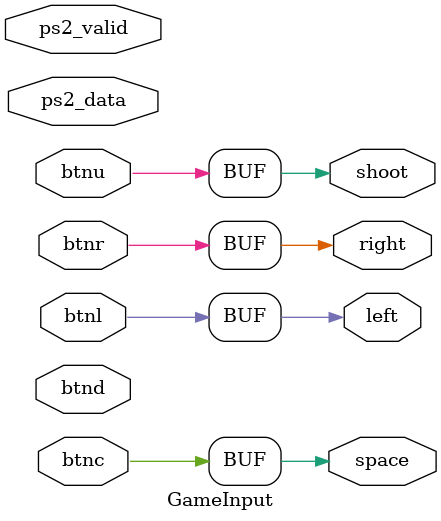
<source format=sv>
module GameInput (
    input [7:0] ps2_data,
    input ps2_valid,
    input btnc,
    btnl,
    btnr,
    btnu,
    btnd,

    output reg left,
    output reg right,
    output reg shoot,
    output reg space
);

  // assign left  = ps2_data == 8'h1C && (ps2_valid);  //A
  // assign right = ps2_data == 8'h23 && (ps2_valid);  //D
  // assign shoot = ps2_data == 8'h3B && (ps2_valid);  //J
  // assign space = ps2_data == 8'h29 && (ps2_valid);  //Space

  always @(*) begin
    left  = btnl;
    right = btnr;
    shoot = btnu;
    space = btnc;
  end

endmodule

</source>
